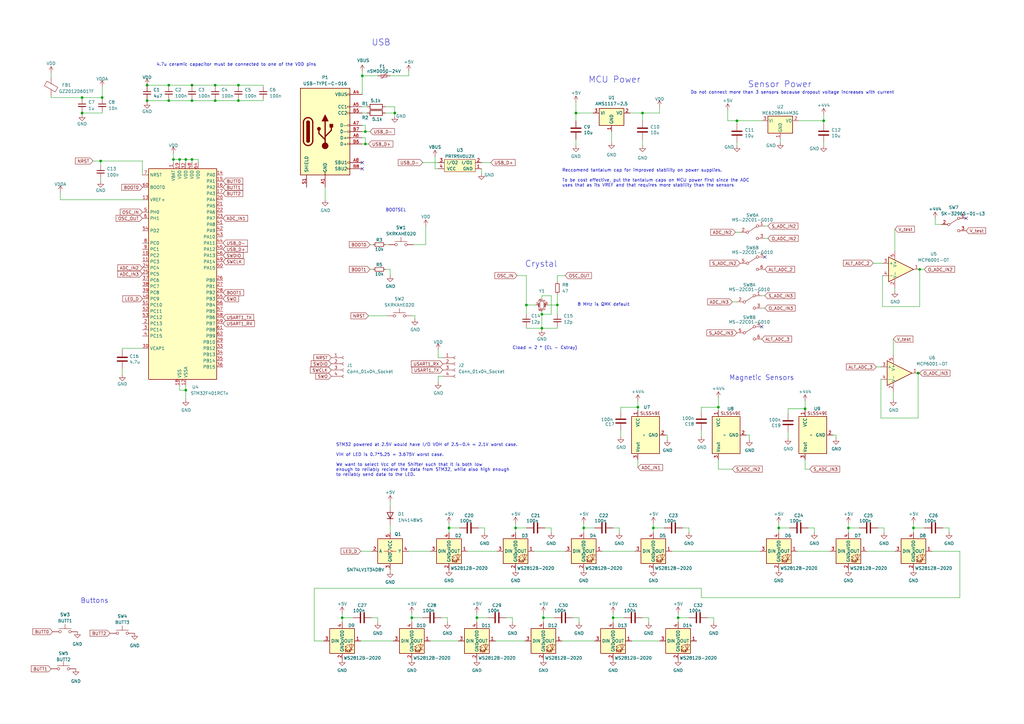
<source format=kicad_sch>
(kicad_sch (version 20230121) (generator eeschema)
  (paper "A3")
  (title_block (title "keeb") (date "2020-12-18") (rev "REV1"))
  (junction (at 228.6 125.095))
  (junction (at 76.2 160.02))
  (junction (at 69.215 34.925))
  (junction (at 261.62 167.005))
  (junction (at 161.925 46.355))
  (junction (at 236.22 46.355))
  (junction (at 330.2 167.64))
  (junction (at 97.79 41.275))
  (junction (at 302.26 49.53))
  (junction (at 88.265 41.275))
  (junction (at 211.455 216.535))
  (junction (at 73.66 65.405))
  (junction (at 195.58 253.365))
  (junction (at 215.9 125.095))
  (junction (at 319.405 216.535))
  (junction (at 76.2 65.405))
  (junction (at 267.97 216.535))
  (junction (at 168.91 253.365))
  (junction (at 149.86 53.975))
  (junction (at 60.325 41.275))
  (junction (at 78.74 65.405))
  (junction (at 140.335 253.365))
  (junction (at 148.59 31.115))
  (junction (at 222.885 253.365))
  (junction (at 222.25 128.905))
  (junction (at 78.74 34.925))
  (junction (at 337.82 49.53))
  (junction (at 222.25 134.62))
  (junction (at 374.65 216.535))
  (junction (at 347.98 216.535))
  (junction (at 184.15 216.535))
  (junction (at 33.655 46.355))
  (junction (at 60.325 34.925))
  (junction (at 41.91 40.005))
  (junction (at 294.64 167.005))
  (junction (at 71.12 65.405))
  (junction (at 78.74 41.275))
  (junction (at 149.86 59.055))
  (junction (at 377.19 110.49))
  (junction (at 263.525 46.355))
  (junction (at 278.13 253.365))
  (junction (at 88.265 34.925))
  (junction (at 69.215 41.275))
  (junction (at 41.275 66.04))
  (junction (at 239.395 216.535))
  (junction (at 251.46 253.365))
  (junction (at 97.79 34.925))
  (junction (at 33.655 40.005))
  (junction (at 376.555 153.035))
  (no_connect (at 148.59 66.675))
  (no_connect (at 312.42 133.985))
  (no_connect (at 313.69 105.41))
  (no_connect (at 396.24 89.535))
  (no_connect (at 148.59 69.215))
  (wire (pts (xy 377.19 125.73) (xy 361.95 125.73)))
  (wire (pts (xy 376.555 153.035) (xy 376.555 171.45)))
  (wire (pts (xy 261.62 188.595) (xy 261.62 191.77)))
  (wire (pts (xy 179.705 154.305) (xy 179.705 156.845)))
  (wire (pts (xy 78.74 34.925) (xy 88.265 34.925)))
  (wire (pts (xy 41.91 35.56) (xy 41.91 40.005)))
  (wire (pts (xy 78.74 41.275) (xy 88.265 41.275)))
  (wire (pts (xy 140.335 253.365) (xy 140.335 255.27)))
  (wire (pts (xy 179.705 69.215) (xy 178.435 69.215)))
  (wire (pts (xy 128.905 262.89) (xy 132.715 262.89)))
  (wire (pts (xy 287.655 176.53) (xy 287.655 179.07)))
  (wire (pts (xy 330.2 167.64) (xy 323.215 167.64)))
  (wire (pts (xy 361.315 171.45) (xy 361.315 155.575)))
  (wire (pts (xy 251.46 253.365) (xy 255.905 253.365)))
  (wire (pts (xy 191.77 226.06) (xy 203.835 226.06)))
  (wire (pts (xy 327.025 226.06) (xy 340.36 226.06)))
  (wire (pts (xy 312.42 121.285) (xy 313.69 121.285)))
  (wire (pts (xy 239.395 216.535) (xy 243.84 216.535)))
  (wire (pts (xy 88.265 34.925) (xy 97.79 34.925)))
  (wire (pts (xy 33.655 40.005) (xy 41.91 40.005)))
  (wire (pts (xy 160.02 205.74) (xy 160.02 207.645)))
  (wire (pts (xy 160.02 31.115) (xy 167.64 31.115)))
  (wire (pts (xy 71.12 62.865) (xy 71.12 65.405)))
  (wire (pts (xy 358.14 107.95) (xy 361.95 107.95)))
  (wire (pts (xy 76.2 160.02) (xy 76.2 163.83)))
  (wire (pts (xy 334.01 216.535) (xy 334.01 218.44)))
  (wire (pts (xy 158.115 100.33) (xy 159.385 100.33)))
  (wire (pts (xy 107.95 40.64) (xy 107.95 41.275)))
  (wire (pts (xy 160.02 110.49) (xy 160.02 113.03)))
  (wire (pts (xy 377.19 110.49) (xy 377.19 125.73)))
  (wire (pts (xy 24.765 81.915) (xy 24.765 78.74)))
  (wire (pts (xy 195.58 253.365) (xy 200.025 253.365)))
  (wire (pts (xy 150.495 43.815) (xy 148.59 43.815)))
  (wire (pts (xy 273.05 178.435) (xy 273.685 178.435)))
  (wire (pts (xy 228.6 134.62) (xy 228.6 133.985)))
  (wire (pts (xy 174.625 100.33) (xy 174.625 92.71)))
  (wire (pts (xy 149.86 53.975) (xy 151.765 53.975)))
  (wire (pts (xy 179.705 146.685) (xy 181.61 146.685)))
  (wire (pts (xy 71.12 65.405) (xy 73.66 65.405)))
  (wire (pts (xy 168.91 253.365) (xy 173.355 253.365)))
  (wire (pts (xy 393.7 245.11) (xy 287.655 245.11)))
  (wire (pts (xy 173.355 66.675) (xy 179.705 66.675)))
  (wire (pts (xy 140.335 253.365) (xy 144.78 253.365)))
  (wire (pts (xy 224.79 125.095) (xy 228.6 125.095)))
  (wire (pts (xy 278.13 251.46) (xy 278.13 253.365)))
  (wire (pts (xy 267.97 216.535) (xy 272.415 216.535)))
  (wire (pts (xy 292.735 253.365) (xy 290.195 253.365)))
  (wire (pts (xy 184.15 216.535) (xy 184.15 218.44)))
  (wire (pts (xy 226.06 121.285) (xy 226.06 128.905)))
  (wire (pts (xy 258.445 46.355) (xy 263.525 46.355)))
  (wire (pts (xy 330.2 167.64) (xy 330.2 168.275)))
  (wire (pts (xy 222.25 128.905) (xy 222.25 134.62)))
  (wire (pts (xy 41.275 66.04) (xy 41.275 67.945)))
  (wire (pts (xy 107.95 34.925) (xy 107.95 35.56)))
  (wire (pts (xy 148.59 46.355) (xy 150.495 46.355)))
  (wire (pts (xy 337.82 58.42) (xy 337.82 59.69)))
  (wire (pts (xy 236.22 57.15) (xy 236.22 59.69)))
  (wire (pts (xy 376.555 153.035) (xy 377.19 153.035)))
  (wire (pts (xy 78.74 35.56) (xy 78.74 34.925)))
  (wire (pts (xy 334.01 216.535) (xy 331.47 216.535)))
  (wire (pts (xy 133.35 76.835) (xy 133.35 81.915)))
  (wire (pts (xy 236.22 49.53) (xy 236.22 46.355)))
  (wire (pts (xy 33.655 40.005) (xy 33.655 40.64)))
  (wire (pts (xy 393.7 226.06) (xy 393.7 245.11)))
  (wire (pts (xy 60.325 41.275) (xy 69.215 41.275)))
  (wire (pts (xy 168.91 253.365) (xy 168.91 255.27)))
  (wire (pts (xy 237.49 253.365) (xy 234.95 253.365)))
  (wire (pts (xy 179.705 143.51) (xy 179.705 146.685)))
  (wire (pts (xy 149.86 51.435) (xy 149.86 53.975)))
  (wire (pts (xy 60.325 41.275) (xy 60.325 40.64)))
  (wire (pts (xy 58.42 81.915) (xy 24.765 81.915)))
  (wire (pts (xy 219.075 226.06) (xy 231.775 226.06)))
  (wire (pts (xy 154.94 253.365) (xy 154.94 255.27)))
  (wire (pts (xy 294.64 163.195) (xy 294.64 167.005)))
  (wire (pts (xy 58.42 66.04) (xy 58.42 71.755)))
  (wire (pts (xy 275.59 226.06) (xy 311.785 226.06)))
  (wire (pts (xy 294.64 188.595) (xy 294.64 192.405)))
  (wire (pts (xy 298.45 49.53) (xy 302.26 49.53)))
  (wire (pts (xy 222.885 251.46) (xy 222.885 253.365)))
  (wire (pts (xy 198.755 216.535) (xy 198.755 218.44)))
  (wire (pts (xy 376.555 171.45) (xy 361.315 171.45)))
  (wire (pts (xy 167.64 29.21) (xy 167.64 31.115)))
  (wire (pts (xy 148.59 31.115) (xy 148.59 38.735)))
  (wire (pts (xy 107.95 34.925) (xy 97.79 34.925)))
  (wire (pts (xy 181.61 154.305) (xy 179.705 154.305)))
  (wire (pts (xy 254 216.535) (xy 251.46 216.535)))
  (wire (pts (xy 197.485 66.675) (xy 201.295 66.675)))
  (wire (pts (xy 263.525 57.15) (xy 263.525 59.69)))
  (wire (pts (xy 323.215 177.165) (xy 323.215 179.705)))
  (wire (pts (xy 97.79 34.925) (xy 97.79 35.56)))
  (wire (pts (xy 259.08 262.89) (xy 270.51 262.89)))
  (wire (pts (xy 161.925 46.355) (xy 161.925 47.625)))
  (wire (pts (xy 58.42 142.875) (xy 50.165 142.875)))
  (wire (pts (xy 167.64 226.06) (xy 176.53 226.06)))
  (wire (pts (xy 151.765 110.49) (xy 153.035 110.49)))
  (wire (pts (xy 355.6 226.06) (xy 367.03 226.06)))
  (wire (pts (xy 313.69 97.79) (xy 314.96 97.79)))
  (wire (pts (xy 148.59 29.21) (xy 148.59 31.115)))
  (wire (pts (xy 294.64 192.405) (xy 300.355 192.405)))
  (wire (pts (xy 302.26 58.42) (xy 302.26 59.69)))
  (wire (pts (xy 300.355 123.825) (xy 302.26 123.825)))
  (wire (pts (xy 88.265 41.275) (xy 97.79 41.275)))
  (wire (pts (xy 222.25 122.555) (xy 222.25 121.285)))
  (wire (pts (xy 301.625 95.25) (xy 303.53 95.25)))
  (wire (pts (xy 319.405 216.535) (xy 323.85 216.535)))
  (wire (pts (xy 183.515 253.365) (xy 183.515 255.27)))
  (wire (pts (xy 195.58 253.365) (xy 195.58 255.27)))
  (wire (pts (xy 140.335 251.46) (xy 140.335 253.365)))
  (wire (pts (xy 168.91 129.54) (xy 170.18 129.54)))
  (wire (pts (xy 312.42 49.53) (xy 302.26 49.53)))
  (wire (pts (xy 287.655 241.3) (xy 287.655 245.11)))
  (wire (pts (xy 313.69 92.71) (xy 314.96 92.71)))
  (wire (pts (xy 327.66 49.53) (xy 337.82 49.53)))
  (wire (pts (xy 222.885 253.365) (xy 222.885 255.27)))
  (wire (pts (xy 294.64 167.005) (xy 287.655 167.005)))
  (wire (pts (xy 231.775 113.03) (xy 228.6 113.03)))
  (wire (pts (xy 215.9 134.62) (xy 215.9 133.985)))
  (wire (pts (xy 128.905 241.3) (xy 128.905 262.89)))
  (wire (pts (xy 337.82 50.8) (xy 337.82 49.53)))
  (wire (pts (xy 149.86 59.055) (xy 149.86 56.515)))
  (wire (pts (xy 20.955 39.37) (xy 20.955 40.005)))
  (wire (pts (xy 222.25 121.285) (xy 226.06 121.285)))
  (wire (pts (xy 158.115 110.49) (xy 160.02 110.49)))
  (wire (pts (xy 222.25 135.255) (xy 222.25 134.62)))
  (wire (pts (xy 386.08 92.075) (xy 383.54 92.075)))
  (wire (pts (xy 222.25 134.62) (xy 228.6 134.62)))
  (wire (pts (xy 278.13 253.365) (xy 278.13 255.27)))
  (wire (pts (xy 20.955 40.005) (xy 33.655 40.005)))
  (wire (pts (xy 319.405 214.63) (xy 319.405 216.535)))
  (wire (pts (xy 33.655 46.355) (xy 33.655 45.72)))
  (wire (pts (xy 183.515 253.365) (xy 180.975 253.365)))
  (wire (pts (xy 197.485 69.215) (xy 197.485 71.12)))
  (wire (pts (xy 41.275 73.025) (xy 41.275 74.295)))
  (wire (pts (xy 306.07 178.435) (xy 307.34 178.435)))
  (wire (pts (xy 282.575 216.535) (xy 280.035 216.535)))
  (wire (pts (xy 97.79 40.64) (xy 97.79 41.275)))
  (wire (pts (xy 222.885 253.365) (xy 227.33 253.365)))
  (wire (pts (xy 307.34 178.435) (xy 307.34 180.34)))
  (wire (pts (xy 366.395 160.655) (xy 366.395 163.83)))
  (wire (pts (xy 254.635 176.53) (xy 254.635 179.07)))
  (wire (pts (xy 178.435 69.215) (xy 178.435 64.135)))
  (wire (pts (xy 88.265 35.56) (xy 88.265 34.925)))
  (wire (pts (xy 88.265 40.64) (xy 88.265 41.275)))
  (wire (pts (xy 211.455 214.63) (xy 211.455 216.535)))
  (wire (pts (xy 302.26 50.8) (xy 302.26 49.53)))
  (wire (pts (xy 73.66 158.115) (xy 73.66 160.02)))
  (wire (pts (xy 198.755 216.535) (xy 196.215 216.535)))
  (wire (pts (xy 69.215 40.64) (xy 69.215 41.275)))
  (wire (pts (xy 230.505 262.89) (xy 243.84 262.89)))
  (wire (pts (xy 263.525 49.53) (xy 263.525 46.355)))
  (wire (pts (xy 222.25 134.62) (xy 215.9 134.62)))
  (wire (pts (xy 161.925 43.815) (xy 161.925 46.355)))
  (wire (pts (xy 287.655 167.005) (xy 287.655 168.91)))
  (wire (pts (xy 222.25 127.635) (xy 222.25 128.905)))
  (wire (pts (xy 38.1 66.04) (xy 41.275 66.04)))
  (wire (pts (xy 374.65 216.535) (xy 379.095 216.535)))
  (wire (pts (xy 312.42 126.365) (xy 313.69 126.365)))
  (wire (pts (xy 270.51 43.815) (xy 270.51 46.355)))
  (wire (pts (xy 76.2 158.115) (xy 76.2 160.02)))
  (wire (pts (xy 273.685 178.435) (xy 273.685 180.34)))
  (wire (pts (xy 78.74 65.405) (xy 78.74 66.675)))
  (wire (pts (xy 215.9 128.905) (xy 215.9 125.095)))
  (wire (pts (xy 69.215 41.275) (xy 78.74 41.275)))
  (wire (pts (xy 251.46 253.365) (xy 251.46 255.27)))
  (wire (pts (xy 261.62 167.005) (xy 261.62 168.275)))
  (wire (pts (xy 342.9 179.705) (xy 342.9 178.435)))
  (wire (pts (xy 147.955 226.06) (xy 152.4 226.06)))
  (wire (pts (xy 33.655 46.99) (xy 33.655 46.355)))
  (wire (pts (xy 367.03 93.98) (xy 367.03 102.87)))
  (wire (pts (xy 168.91 251.46) (xy 168.91 253.365)))
  (wire (pts (xy 298.45 45.085) (xy 298.45 49.53)))
  (wire (pts (xy 160.02 233.68) (xy 160.02 234.315)))
  (wire (pts (xy 195.58 251.46) (xy 195.58 253.365)))
  (wire (pts (xy 69.215 34.925) (xy 78.74 34.925)))
  (wire (pts (xy 292.735 253.365) (xy 292.735 255.27)))
  (wire (pts (xy 266.065 253.365) (xy 266.065 255.27)))
  (wire (pts (xy 347.98 216.535) (xy 347.98 218.44)))
  (wire (pts (xy 285.115 262.89) (xy 285.75 262.89)))
  (wire (pts (xy 347.98 214.63) (xy 347.98 216.535)))
  (wire (pts (xy 184.15 214.63) (xy 184.15 216.535)))
  (wire (pts (xy 239.395 216.535) (xy 239.395 218.44)))
  (wire (pts (xy 236.22 41.91) (xy 236.22 46.355)))
  (wire (pts (xy 251.46 251.46) (xy 251.46 253.365)))
  (wire (pts (xy 374.65 214.63) (xy 374.65 216.535)))
  (wire (pts (xy 362.585 216.535) (xy 360.045 216.535)))
  (wire (pts (xy 374.65 216.535) (xy 374.65 218.44)))
  (wire (pts (xy 20.955 29.845) (xy 20.955 31.75)))
  (wire (pts (xy 210.185 253.365) (xy 210.185 255.27)))
  (wire (pts (xy 151.13 129.54) (xy 158.75 129.54)))
  (wire (pts (xy 128.905 241.3) (xy 287.655 241.3)))
  (wire (pts (xy 76.2 65.405) (xy 76.2 66.675)))
  (wire (pts (xy 236.22 46.355) (xy 243.205 46.355)))
  (wire (pts (xy 71.12 65.405) (xy 71.12 66.675)))
  (wire (pts (xy 342.9 178.435) (xy 341.63 178.435)))
  (wire (pts (xy 73.66 65.405) (xy 76.2 65.405)))
  (wire (pts (xy 184.15 216.535) (xy 188.595 216.535)))
  (wire (pts (xy 239.395 214.63) (xy 239.395 216.535)))
  (wire (pts (xy 362.585 216.535) (xy 362.585 218.44)))
  (wire (pts (xy 267.97 216.535) (xy 267.97 218.44)))
  (wire (pts (xy 76.2 65.405) (xy 78.74 65.405)))
  (wire (pts (xy 154.94 253.365) (xy 152.4 253.365)))
  (wire (pts (xy 169.545 100.33) (xy 174.625 100.33)))
  (wire (pts (xy 78.74 40.64) (xy 78.74 41.275)))
  (wire (pts (xy 367.03 118.11) (xy 367.03 119.38)))
  (wire (pts (xy 176.53 262.89) (xy 187.96 262.89)))
  (wire (pts (xy 211.455 216.535) (xy 215.9 216.535)))
  (wire (pts (xy 382.27 226.06) (xy 393.7 226.06)))
  (wire (pts (xy 237.49 253.365) (xy 237.49 255.27)))
  (wire (pts (xy 389.255 216.535) (xy 389.255 218.44)))
  (wire (pts (xy 247.015 226.06) (xy 260.35 226.06)))
  (wire (pts (xy 148.59 31.115) (xy 154.94 31.115)))
  (wire (pts (xy 158.115 46.355) (xy 161.925 46.355)))
  (wire (pts (xy 215.9 113.03) (xy 212.09 113.03)))
  (wire (pts (xy 170.18 129.54) (xy 170.18 130.81)))
  (wire (pts (xy 60.325 34.925) (xy 69.215 34.925)))
  (wire (pts (xy 73.66 65.405) (xy 73.66 66.675)))
  (wire (pts (xy 210.185 253.365) (xy 207.645 253.365)))
  (wire (pts (xy 226.06 128.905) (xy 222.25 128.905)))
  (wire (pts (xy 148.59 51.435) (xy 149.86 51.435)))
  (wire (pts (xy 211.455 216.535) (xy 211.455 218.44)))
  (wire (pts (xy 160.02 215.265) (xy 160.02 218.44)))
  (wire (pts (xy 60.325 34.925) (xy 60.325 35.56)))
  (wire (pts (xy 389.255 216.535) (xy 386.715 216.535)))
  (wire (pts (xy 250.825 53.975) (xy 250.825 58.42)))
  (wire (pts (xy 215.9 113.03) (xy 215.9 125.095)))
  (wire (pts (xy 261.62 164.465) (xy 261.62 167.005)))
  (wire (pts (xy 377.19 110.49) (xy 379.095 110.49)))
  (wire (pts (xy 41.91 40.005) (xy 41.91 40.64)))
  (wire (pts (xy 81.28 65.405) (xy 81.28 66.675)))
  (wire (pts (xy 148.59 56.515) (xy 149.86 56.515)))
  (wire (pts (xy 359.41 150.495) (xy 361.315 150.495)))
  (wire (pts (xy 330.2 164.465) (xy 330.2 167.64)))
  (wire (pts (xy 330.2 192.405) (xy 332.105 192.405)))
  (wire (pts (xy 361.95 125.73) (xy 361.95 113.03)))
  (wire (pts (xy 203.2 262.89) (xy 215.265 262.89)))
  (wire (pts (xy 254.635 167.005) (xy 254.635 168.91)))
  (wire (pts (xy 69.215 35.56) (xy 69.215 34.925)))
  (wire (pts (xy 41.91 46.355) (xy 41.91 45.72)))
  (wire (pts (xy 226.06 216.535) (xy 226.06 218.44)))
  (wire (pts (xy 148.59 53.975) (xy 149.86 53.975)))
  (wire (pts (xy 73.66 160.02) (xy 76.2 160.02)))
  (wire (pts (xy 337.82 46.99) (xy 337.82 49.53)))
  (wire (pts (xy 41.275 66.04) (xy 58.42 66.04)))
  (wire (pts (xy 282.575 216.535) (xy 282.575 218.44)))
  (wire (pts (xy 149.86 59.055) (xy 151.13 59.055)))
  (wire (pts (xy 215.9 125.095) (xy 219.71 125.095)))
  (wire (pts (xy 294.64 167.005) (xy 294.64 168.275)))
  (wire (pts (xy 330.2 188.595) (xy 330.2 192.405)))
  (wire (pts (xy 50.165 151.13) (xy 50.165 153.67)))
  (wire (pts (xy 320.04 57.15) (xy 320.04 58.42)))
  (wire (pts (xy 383.54 92.075) (xy 383.54 89.535)))
  (wire (pts (xy 261.62 167.005) (xy 254.635 167.005)))
  (wire (pts (xy 319.405 216.535) (xy 319.405 218.44)))
  (wire (pts (xy 266.065 253.365) (xy 263.525 253.365)))
  (wire (pts (xy 278.13 253.365) (xy 282.575 253.365)))
  (wire (pts (xy 107.95 41.275) (xy 97.79 41.275)))
  (wire (pts (xy 228.6 113.03) (xy 228.6 115.57)))
  (wire (pts (xy 228.6 128.905) (xy 228.6 125.095)))
  (wire (pts (xy 78.74 65.405) (xy 81.28 65.405)))
  (wire (pts (xy 50.165 142.875) (xy 50.165 143.51)))
  (wire (pts (xy 161.925 43.815) (xy 158.115 43.815)))
  (wire (pts (xy 147.955 262.89) (xy 161.29 262.89)))
  (wire (pts (xy 226.06 216.535) (xy 223.52 216.535)))
  (wire (pts (xy 254 216.535) (xy 254 218.44)))
  (wire (pts (xy 148.59 59.055) (xy 149.86 59.055)))
  (wire (pts (xy 151.765 100.33) (xy 153.035 100.33)))
  (wire (pts (xy 366.395 139.065) (xy 366.395 145.415)))
  (wire (pts (xy 267.97 214.63) (xy 267.97 216.535)))
  (wire (pts (xy 263.525 46.355) (xy 270.51 46.355)))
  (wire (pts (xy 228.6 120.65) (xy 228.6 125.095)))
  (wire (pts (xy 33.655 46.355) (xy 41.91 46.355)))
  (wire (pts (xy 60.325 41.91) (xy 60.325 41.275)))
  (wire (pts (xy 323.215 167.64) (xy 323.215 169.545)))
  (wire (pts (xy 347.98 216.535) (xy 352.425 216.535)))
  (text "Sensor Power" (at 306.705 36.195 0) (effects (font (size 2.54 2.54)) (justify left bottom)))
  (text "Do not connect more than 3 sensors because dropout voltage increases with current" (at 283.21 38.735 0) (effects (font (size 1.27 1.27)) (justify left bottom)))
  (text "Reccomend tantalum cap for improved stability on power supplies. \n\nTo be cost effective, put the tantalum caps on MCU power first since the ADC\nuses that as its VREF and that requires more stability than the sensors" (at 230.505 76.835 0) (effects (font (size 1.27 1.27)) (justify left bottom)))
  (text "BOOTSEL" (at 158.115 86.995 0) (effects (font (size 1.27 1.27)) (justify left bottom)))
  (text "8 MHz is QMK default" (at 236.855 125.73 0) (effects (font (size 1.27 1.27)) (justify left bottom)))
  (text "Crystal" (at 215.265 109.855 0) (effects (font (size 2.54 2.54)) (justify left bottom)))
  (text "MCU Power" (at 241.3 34.29 0) (effects (font (size 2.54 2.54)) (justify left bottom)))
  (text "Magnetic Sensors" (at 299.085 156.21 0) (effects (font (size 2 2)) (justify left bottom)))
  (text "USB" (at 152.4 19.05 0) (effects (font (size 2.54 2.54)) (justify left bottom)))
  (text "Buttons" (at 33.02 247.65 0) (effects (font (size 2 2)) (justify left bottom)))
  (text "Cload = 2 * (CL - Cstray)" (at 210.185 143.51 0) (effects (font (size 1.27 1.27)) (justify left bottom)))
  (text "STM32 powered at 2.5V would have I/O VOH of 2.5-0.4 = 2.1V worst case.\n\nVIH of LED is 0.7*5.25 = 3.675V worst case.\n\nWe want to select Vcc of the Shifter such that it is both low \nenough to reliably recieve the data from STM32, while also high enough\nto reliably send data to the LED.\n\n\n\n\n\n" (at 137.795 205.74 0) (effects (font (size 1.27 1.27)) (justify left bottom)))
  (text "4.7u ceramic capacitor must be connected to one of the VDD pins" (at 64.135 27.305 0) (effects (font (size 1.27 1.27)) (justify left bottom)))
  (global_label "O_ADC_IN3" (shape input) (at 377.19 153.035 0) (property "Intersheetrefs" "${INTERSHEET_REFS}" (effects hide)))
  (global_label "LED_D" (shape input) (at 58.42 122.555 180) (property "Intersheetrefs" "${INTERSHEET_REFS}" (effects hide)))
  (global_label "LED_D" (shape input) (at 147.955 226.06 180) (property "Intersheetrefs" "${INTERSHEET_REFS}" (effects hide)))
  (global_label "BOOT0" (shape input) (at 151.765 100.33 180) (property "Intersheetrefs" "${INTERSHEET_REFS}" (effects hide)))
  (global_label "USART1_TX" (shape input) (at 181.61 151.765 180) (property "Intersheetrefs" "${INTERSHEET_REFS}" (effects hide)))
  (global_label "S_ADC_IN3" (shape input) (at 313.69 121.285 0) (property "Intersheetrefs" "${INTERSHEET_REFS}" (effects hide)))
  (global_label "USB_D+" (shape input) (at 151.13 59.055 0) (property "Intersheetrefs" "${INTERSHEET_REFS}" (effects hide)))
  (global_label "OSC_OUT" (shape input) (at 58.42 89.535 180) (property "Intersheetrefs" "${INTERSHEET_REFS}" (effects hide)))
  (global_label "BOOT0" (shape input) (at 58.42 76.835 180) (property "Intersheetrefs" "${INTERSHEET_REFS}" (effects hide)))
  (global_label "ALT_ADC_3" (shape input) (at 359.41 150.495 180) (property "Intersheetrefs" "${INTERSHEET_REFS}" (effects hide)))
  (global_label "BUTT0" (shape input) (at 91.44 74.295 0) (property "Intersheetrefs" "${INTERSHEET_REFS}" (effects hide)))
  (global_label "NRST" (shape input) (at 135.89 146.685 180) (property "Intersheetrefs" "${INTERSHEET_REFS}" (effects hide)))
  (global_label "ADC_IN2" (shape input) (at 301.625 95.25 180) (property "Intersheetrefs" "${INTERSHEET_REFS}" (effects hide)))
  (global_label "BUTT2" (shape input) (at 91.44 79.375 0) (property "Intersheetrefs" "${INTERSHEET_REFS}" (effects hide)))
  (global_label "USB_D-" (shape input) (at 173.355 66.675 180) (property "Intersheetrefs" "${INTERSHEET_REFS}" (effects hide)))
  (global_label "O_ADC_IN2" (shape input) (at 314.96 97.79 0) (property "Intersheetrefs" "${INTERSHEET_REFS}" (effects hide)))
  (global_label "S_ADC_IN3" (shape input) (at 302.26 136.525 180) (property "Intersheetrefs" "${INTERSHEET_REFS}" (effects hide)))
  (global_label "O_ADC_IN2" (shape input) (at 379.095 110.49 0) (property "Intersheetrefs" "${INTERSHEET_REFS}" (effects hide)))
  (global_label "V_test" (shape input) (at 396.24 94.615 0) (property "Intersheetrefs" "${INTERSHEET_REFS}" (effects hide)))
  (global_label "S_ADC_IN3" (shape input) (at 332.105 192.405 0) (property "Intersheetrefs" "${INTERSHEET_REFS}" (effects hide)))
  (global_label "ALT_ADC_2" (shape input) (at 313.69 110.49 0) (property "Intersheetrefs" "${INTERSHEET_REFS}" (effects hide)))
  (global_label "USART1_RX" (shape input) (at 181.61 149.225 180) (property "Intersheetrefs" "${INTERSHEET_REFS}" (effects hide)))
  (global_label "BOOT1" (shape input) (at 91.44 120.015 0) (property "Intersheetrefs" "${INTERSHEET_REFS}" (effects hide)))
  (global_label "V_test" (shape input) (at 366.395 139.065 0) (property "Intersheetrefs" "${INTERSHEET_REFS}" (effects hide)))
  (global_label "OSC_IN" (shape input) (at 212.09 113.03 180) (property "Intersheetrefs" "${INTERSHEET_REFS}" (effects hide)))
  (global_label "S_ADC_IN2" (shape input) (at 300.355 192.405 0) (property "Intersheetrefs" "${INTERSHEET_REFS}" (effects hide)))
  (global_label "ADC_IN2" (shape input) (at 58.42 109.855 180) (property "Intersheetrefs" "${INTERSHEET_REFS}" (effects hide)))
  (global_label "ADC_IN3" (shape input) (at 58.42 112.395 180) (property "Intersheetrefs" "${INTERSHEET_REFS}" (effects hide)))
  (global_label "SWO" (shape input) (at 91.44 122.555 0) (property "Intersheetrefs" "${INTERSHEET_REFS}" (effects hide)))
  (global_label "BUTT2" (shape input) (at 45.085 259.715 180) (property "Intersheetrefs" "${INTERSHEET_REFS}" (effects hide)))
  (global_label "ALT_ADC_3" (shape input) (at 312.42 139.065 0) (property "Intersheetrefs" "${INTERSHEET_REFS}" (effects hide)))
  (global_label "SWDIO" (shape input) (at 91.44 104.775 0) (property "Intersheetrefs" "${INTERSHEET_REFS}" (effects hide)))
  (global_label "NRST" (shape input) (at 151.13 129.54 180) (property "Intersheetrefs" "${INTERSHEET_REFS}" (effects hide)))
  (global_label "ALT_ADC_2" (shape input) (at 358.14 107.95 180) (property "Intersheetrefs" "${INTERSHEET_REFS}" (effects hide)))
  (global_label "BUTT1" (shape input) (at 20.955 274.32 180) (property "Intersheetrefs" "${INTERSHEET_REFS}" (effects hide)))
  (global_label "USB_D+" (shape input) (at 91.44 102.235 0) (property "Intersheetrefs" "${INTERSHEET_REFS}" (effects hide)))
  (global_label "NRST" (shape input) (at 38.1 66.04 180) (property "Intersheetrefs" "${INTERSHEET_REFS}" (effects hide)))
  (global_label "BOOT1" (shape input) (at 151.765 110.49 180) (property "Intersheetrefs" "${INTERSHEET_REFS}" (effects hide)))
  (global_label "SWO" (shape input) (at 135.89 154.305 180) (property "Intersheetrefs" "${INTERSHEET_REFS}" (effects hide)))
  (global_label "SWDIO" (shape input) (at 135.89 149.225 180) (property "Intersheetrefs" "${INTERSHEET_REFS}" (effects hide)))
  (global_label "OSC_IN" (shape input) (at 58.42 86.995 180) (property "Intersheetrefs" "${INTERSHEET_REFS}" (effects hide)))
  (global_label "ADC_IN1" (shape input) (at 261.62 191.77 0) (property "Intersheetrefs" "${INTERSHEET_REFS}" (effects hide)))
  (global_label "SWCLK" (shape input) (at 91.44 107.315 0) (property "Intersheetrefs" "${INTERSHEET_REFS}" (effects hide)))
  (global_label "USB_D-" (shape input) (at 151.765 53.975 0) (property "Intersheetrefs" "${INTERSHEET_REFS}" (effects hide)))
  (global_label "USB_D-" (shape input) (at 91.44 99.695 0) (property "Intersheetrefs" "${INTERSHEET_REFS}" (effects hide)))
  (global_label "USB_D+" (shape input) (at 201.295 66.675 0) (property "Intersheetrefs" "${INTERSHEET_REFS}" (effects hide)))
  (global_label "S_ADC_IN2" (shape input) (at 314.96 92.71 0) (property "Intersheetrefs" "${INTERSHEET_REFS}" (effects hide)))
  (global_label "USART1_TX" (shape input) (at 91.44 130.175 0) (property "Intersheetrefs" "${INTERSHEET_REFS}" (effects hide)))
  (global_label "OSC_OUT" (shape input) (at 231.775 113.03 0) (property "Intersheetrefs" "${INTERSHEET_REFS}" (effects hide)))
  (global_label "ADC_IN1" (shape input) (at 91.44 89.535 0) (property "Intersheetrefs" "${INTERSHEET_REFS}" (effects hide)))
  (global_label "ADC_IN3" (shape input) (at 300.355 123.825 180) (property "Intersheetrefs" "${INTERSHEET_REFS}" (effects hide)))
  (global_label "USART1_RX" (shape input) (at 91.44 132.715 0) (property "Intersheetrefs" "${INTERSHEET_REFS}" (effects hide)))
  (global_label "BUTT1" (shape input) (at 91.44 76.835 0) (property "Intersheetrefs" "${INTERSHEET_REFS}" (effects hide)))
  (global_label "O_ADC_IN3" (shape input) (at 313.69 126.365 0) (property "Intersheetrefs" "${INTERSHEET_REFS}" (effects hide)))
  (global_label "V_test" (shape input) (at 367.03 93.98 0) (property "Intersheetrefs" "${INTERSHEET_REFS}" (effects hide)))
  (global_label "S_ADC_IN2" (shape input) (at 303.53 107.95 180) (property "Intersheetrefs" "${INTERSHEET_REFS}" (effects hide)))
  (global_label "SWCLK" (shape input) (at 135.89 151.765 180) (property "Intersheetrefs" "${INTERSHEET_REFS}" (effects hide)))
  (global_label "BUTT0" (shape input) (at 21.59 259.08 180) (property "Intersheetrefs" "${INTERSHEET_REFS}" (effects hide)))
  (symbol (lib_id "power:GND") (at 133.35 81.915 0) (unit 1)
    (property "Reference" "#PWR024" (effects hide))
    (property "Value" "GND" (at 133.477 86.3092 0))
  )
  (symbol (lib_id "power:GND") (at 160.02 113.03 0) (unit 1)
    (property "Reference" "#PWR026" (effects hide))
    (property "Value" "GND" (at 160.147 117.4242 0))
  )
  (symbol (lib_id "LED:WS2812B-2020") (at 278.13 262.89 0) (unit 1)
    (property "Reference" "D14" (at 281.94 256.54 0))
    (property "Value" "WS2812B-2020" (at 286.385 269.875 0))
    (property "Footprint" "LED_SMD:LED_WS2812B-2020_PLCC4_2.0x2.0mm" (effects hide))
  )
  (symbol (lib_id "power:GND") (at 161.925 47.625 0) (unit 1)
    (property "Reference" "#PWR012" (effects hide))
    (property "Value" "GND" (at 164.465 47.625 0))
  )
  (symbol (lib_id "Device:Crystal_GND24_Small") (at 222.25 125.095 0) (unit 1)
    (property "Reference" "Y1" (at 220.98 119.38 0) (effects (justify left)))
    (property "Value" "16MHz" (effects hide))
    (property "Footprint" "Crystal:Crystal_SMD_3225-4Pin_3.2x2.5mm" (effects hide))
    (property "LCSC Part #" "C13738" (effects hide))
  )
  (symbol (lib_id "power:GND") (at 170.18 130.81 0) (unit 1)
    (property "Reference" "#PWR029" (effects hide))
    (property "Value" "GND" (at 170.307 135.2042 0))
  )
  (symbol (lib_id "LED:WS2812B-2020") (at 184.15 226.06 0) (unit 1)
    (property "Reference" "D2" (at 187.96 219.71 0))
    (property "Value" "WS2812B-2020" (at 192.405 233.045 0))
    (property "Footprint" "LED_SMD:LED_WS2812B-2020_PLCC4_2.0x2.0mm" (effects hide))
  )
  (symbol (lib_id "Device:C_Small") (at 215.9 131.445 0) (unit 1)
    (property "Reference" "C14" (at 217.805 129.54 0) (effects (justify left)))
    (property "Value" "12p" (at 217.805 132.08 0) (effects (justify left)))
    (property "Footprint" "Capacitor_SMD:C_0402_1005Metric" (effects hide))
    (property "LCSC Part #" "C1547" (effects hide))
  )
  (symbol (lib_name "GND_1") (lib_id "power:GND") (at 251.46 270.51 0) (unit 1)
    (property "Reference" "#PWR087" (effects hide))
    (property "Value" "GND" (at 251.46 274.955 0))
  )
  (symbol (lib_id "power:VBUS") (at 178.435 64.135 0) (unit 1)
    (property "Reference" "#PWR020" (effects hide))
    (property "Value" "VBUS" (at 178.435 60.325 0))
  )
  (symbol (lib_id "power:GND") (at 222.25 135.255 0) (unit 1)
    (property "Reference" "#PWR030" (effects hide))
    (property "Value" "GND" (at 222.25 139.065 0))
  )
  (symbol (lib_id "Device:C") (at 254.635 172.72 180) (unit 1)
    (property "Reference" "C17" (at 252.095 173.99 0) (effects (justify left)))
    (property "Value" "100n" (at 251.46 172.085 0) (effects (justify left)))
    (property "Footprint" "Capacitor_SMD:C_0402_1005Metric" (effects hide))
  )
  (symbol (lib_name "GND_1") (lib_id "power:GND") (at 282.575 218.44 0) (unit 1)
    (property "Reference" "#PWR047" (effects hide))
    (property "Value" "GND" (at 282.575 222.885 0))
  )
  (symbol (lib_id "power:+4V4") (at 261.62 164.465 0) (unit 1)
    (property "Reference" "#PWR38" (effects hide))
    (property "Value" "+4V4" (at 261.62 160.655 0))
  )
  (symbol (lib_name "GND_1") (lib_id "power:GND") (at 140.335 270.51 0) (unit 1)
    (property "Reference" "#PWR076" (effects hide))
    (property "Value" "GND" (at 140.335 274.955 0))
  )
  (symbol (lib_id "MCU_ST_STM32F4:STM32F401RCTx") (at 73.66 112.395 0) (unit 1)
    (property "Reference" "U4" (at 78.74 158.75 0) (effects (justify left)))
    (property "Value" "STM32F401RCTx" (at 78.1559 161.29 0) (effects (justify left)))
    (property "Footprint" "Package_QFP:LQFP-64_10x10mm_P0.5mm" (effects hide))
    (property "Datasheet" "https://www.st.com/resource/en/datasheet/stm32f401rc.pdf" (effects hide))
  )
  (symbol (lib_id "power:+5V") (at 167.64 29.21 0) (unit 1)
    (property "Reference" "#PWR02" (effects hide))
    (property "Value" "+5V" (at 167.64 25.4 0))
  )
  (symbol (lib_id "power:GND") (at 367.03 119.38 0) (unit 1)
    (property "Reference" "#PWR028" (effects hide))
    (property "Value" "GND" (at 367.157 123.7742 0))
  )
  (symbol (lib_id "LED:WS2812B-2020") (at 251.46 262.89 0) (unit 1)
    (property "Reference" "D13" (at 255.27 256.54 0))
    (property "Value" "WS2812B-2020" (at 259.715 269.875 0))
    (property "Footprint" "LED_SMD:LED_WS2812B-2020_PLCC4_2.0x2.0mm" (effects hide))
  )
  (symbol (lib_id "power:+5V") (at 251.46 251.46 0) (unit 1)
    (property "Reference" "#PWR081" (effects hide))
    (property "Value" "+5V" (at 251.46 247.65 0))
  )
  (symbol (lib_id "power:+5V") (at 298.45 45.085 0) (unit 1)
    (property "Reference" "#PWR09" (effects hide))
    (property "Value" "+5V" (at 298.45 41.275 0))
  )
  (symbol (lib_id "power:+5V") (at 236.22 41.91 0) (unit 1)
    (property "Reference" "#PWR07" (effects hide))
    (property "Value" "+5V" (at 236.22 38.1 0))
  )
  (symbol (lib_name "GND_1") (lib_id "power:GND") (at 31.75 259.08 0) (unit 1)
    (property "Reference" "#PWR074" (effects hide))
    (property "Value" "GND" (at 31.75 264.16 0))
  )
  (symbol (lib_id "Device:C") (at 148.59 253.365 90) (unit 1)
    (property "Reference" "C27" (at 150.495 248.285 90) (effects (justify left)))
    (property "Value" "100n" (at 149.733 250.444 90) (effects (justify left)))
    (property "Footprint" "Capacitor_SMD:C_0402_1005Metric" (effects hide))
  )
  (symbol (lib_id "power:GND") (at 236.22 59.69 0) (unit 1)
    (property "Reference" "#PWR015" (effects hide))
    (property "Value" "GND" (at 236.22 64.135 0))
  )
  (symbol (lib_id "Device:C") (at 382.905 216.535 90) (unit 1)
    (property "Reference" "C26" (at 384.81 211.455 90) (effects (justify left)))
    (property "Value" "100n" (at 384.048 213.614 90) (effects (justify left)))
    (property "Footprint" "Capacitor_SMD:C_0402_1005Metric" (effects hide))
  )
  (symbol (lib_id "power:GND") (at 323.215 179.705 0) (unit 1)
    (property "Reference" "#PWR053" (effects hide))
    (property "Value" "GND" (at 323.342 184.0992 0))
  )
  (symbol (lib_id "power:+5V") (at 168.91 251.46 0) (unit 1)
    (property "Reference" "#PWR069" (effects hide))
    (property "Value" "+5V" (at 168.91 247.65 0))
  )
  (symbol (lib_id "Device:C") (at 263.525 53.34 0) (unit 1)
    (property "Reference" "C10" (at 266.7 52.07 0) (effects (justify left)))
    (property "Value" "10u" (at 266.7 54.3814 0) (effects (justify left)))
    (property "Footprint" "Capacitor_SMD:C_1206_3216Metric" (effects hide))
  )
  (symbol (lib_id "power:+5V") (at 239.395 214.63 0) (unit 1)
    (property "Reference" "#PWR042" (effects hide))
    (property "Value" "+5V" (at 239.395 210.82 0))
  )
  (symbol (lib_id "power:GND") (at 320.04 58.42 0) (unit 1)
    (property "Reference" "#PWR014" (effects hide))
    (property "Value" "GND" (at 316.23 59.69 0))
  )
  (symbol (lib_id "Device:R_Small") (at 228.6 118.11 0) (unit 1)
    (property "Reference" "R8" (at 230.505 116.84 0) (effects (justify left)))
    (property "Value" "47" (at 230.505 119.38 0) (effects (justify left)))
    (property "Footprint" "Resistor_SMD:R_0402_1005Metric" (effects hide))
    (property "LCSC Part #" "C25118" (effects hide))
  )
  (symbol (lib_id "Device:C") (at 192.405 216.535 90) (unit 1)
    (property "Reference" "C20" (at 194.31 211.455 90) (effects (justify left)))
    (property "Value" "100n" (at 193.548 213.614 90) (effects (justify left)))
    (property "Footprint" "Capacitor_SMD:C_0402_1005Metric" (effects hide))
  )
  (symbol (lib_id "power:VDD") (at 174.625 92.71 0) (unit 1)
    (property "Reference" "#PWR025" (effects hide))
    (property "Value" "VDD" (at 174.625 88.9 0))
  )
  (symbol (lib_name "GND_1") (lib_id "power:GND") (at 374.65 233.68 0) (unit 1)
    (property "Reference" "#PWR067" (effects hide))
    (property "Value" "GND" (at 374.65 238.125 0))
  )
  (symbol (lib_name "GND_1") (lib_id "power:GND") (at 237.49 255.27 0) (unit 1)
    (property "Reference" "#PWR083" (effects hide))
    (property "Value" "GND" (at 237.49 259.715 0))
  )
  (symbol (lib_name "GND_1") (lib_id "power:GND") (at 31.115 274.32 0) (unit 1)
    (property "Reference" "#PWR079" (effects hide))
    (property "Value" "GND" (at 31.115 279.4 0))
  )
  (symbol (lib_name "GND_1") (lib_id "power:GND") (at 183.515 255.27 0) (unit 1)
    (property "Reference" "#PWR072" (effects hide))
    (property "Value" "GND" (at 183.515 259.715 0))
  )
  (symbol (lib_id "LED:WS2812B-2020") (at 140.335 262.89 0) (unit 1)
    (property "Reference" "D9" (at 144.145 256.54 0))
    (property "Value" "WS2812B-2020" (at 148.59 269.875 0))
    (property "Footprint" "LED_SMD:LED_WS2812B-2020_PLCC4_2.0x2.0mm" (effects hide))
  )
  (symbol (lib_id "Device:C") (at 231.14 253.365 90) (unit 1)
    (property "Reference" "C30" (at 233.045 248.285 90) (effects (justify left)))
    (property "Value" "100n" (at 232.283 250.444 90) (effects (justify left)))
    (property "Footprint" "Capacitor_SMD:C_0402_1005Metric" (effects hide))
  )
  (symbol (lib_name "GND_1") (lib_id "power:GND") (at 254 218.44 0) (unit 1)
    (property "Reference" "#PWR046" (effects hide))
    (property "Value" "GND" (at 254 222.885 0))
  )
  (symbol (lib_id "Device:C") (at 323.215 173.355 180) (unit 1)
    (property "Reference" "C19" (at 320.294 174.5234 0) (effects (justify left)))
    (property "Value" "100n" (at 320.294 172.212 0) (effects (justify left)))
    (property "Footprint" "Capacitor_SMD:C_0402_1005Metric" (effects hide))
  )
  (symbol (lib_id "Amplifier_Operational:MCP6001-OT") (at 368.935 153.035 0) (unit 1)
    (property "Reference" "U6" (at 382.27 146.685 0))
    (property "Value" "MCP6001-OT" (at 382.27 149.225 0))
    (property "Footprint" "Package_TO_SOT_SMD:SOT-23-5" (effects hide))
    (property "Datasheet" "http://ww1.microchip.com/downloads/en/DeviceDoc/21733j.pdf" (effects hide))
  )
  (symbol (lib_id "Diode:1N4148WS") (at 160.02 211.455 90) (unit 1)
    (property "Reference" "D1" (at 163.195 210.82 90) (effects (justify right)))
    (property "Value" "1N4148WS" (at 163.195 213.36 90) (effects (justify right)))
    (property "Footprint" "Diode_SMD:D_SOD-323" (effects hide))
    (property "Datasheet" "https://www.vishay.com/docs/85751/1n4148ws.pdf" (effects hide))
    (property "Sim.Device" "D" (effects hide))
    (property "Sim.Pins" "1=K 2=A" (effects hide))
  )
  (symbol (lib_name "GND_1") (lib_id "power:GND") (at 211.455 233.68 0) (unit 1)
    (property "Reference" "#PWR061" (effects hide))
    (property "Value" "GND" (at 211.455 238.125 0))
  )
  (symbol (lib_id "power:+4V4") (at 383.54 89.535 0) (unit 1)
    (property "Reference" "#PWR27" (effects hide))
    (property "Value" "+4V4" (at 383.54 85.725 0))
  )
  (symbol (lib_id "Connector:USB_C_Receptacle_USB2.0") (at 133.35 53.975 0) (unit 1)
    (property "Reference" "P1" (at 133.35 31.75 0))
    (property "Value" "USB-TYPE-C-016" (at 133.35 34.29 0))
    (property "Footprint" "Connector_USB:USB-TYPE-C-016_Receptacle_DEALON_16P_MidMnt" (effects hide))
  )
  (symbol (lib_id "Device:C_Small") (at 97.79 38.1 0) (unit 1)
    (property "Reference" "C5" (at 100.33 36.83 0) (effects (justify left)))
    (property "Value" "100n" (at 100.33 39.37 0) (effects (justify left)))
    (property "Footprint" "Capacitor_SMD:C_0402_1005Metric" (effects hide))
    (property "LCSC Part #" "C1525" (effects hide))
  )
  (symbol (lib_id "Device:C_Small") (at 69.215 38.1 0) (unit 1)
    (property "Reference" "C2" (at 71.755 36.83 0) (effects (justify left)))
    (property "Value" "100n" (at 71.755 39.37 0) (effects (justify left)))
    (property "Footprint" "Capacitor_SMD:C_0402_1005Metric" (effects hide))
    (property "LCSC Part #" "C1525" (effects hide))
  )
  (symbol (lib_id "power:+5V") (at 278.13 251.46 0) (unit 1)
    (property "Reference" "#PWR082" (effects hide))
    (property "Value" "+5V" (at 278.13 247.65 0))
  )
  (symbol (lib_id "power:+5V") (at 184.15 214.63 0) (unit 1)
    (property "Reference" "#PWR040" (effects hide))
    (property "Value" "+5V" (at 184.15 210.82 0))
  )
  (symbol (lib_id "Device:C_Small") (at 41.91 43.18 0) (unit 1)
    (property "Reference" "C8" (at 44.45 41.91 0) (effects (justify left)))
    (property "Value" "10n" (at 44.45 44.45 0) (effects (justify left)))
    (property "Footprint" "Capacitor_SMD:C_0402_1005Metric" (effects hide))
    (property "LCSC Part #" "C15195" (effects hide))
  )
  (symbol (lib_id "Switch:SW_Push") (at 26.035 274.32 0) (unit 1)
    (property "Reference" "SW5" (at 26.035 267.97 0))
    (property "Value" "BUTT2" (at 26.035 270.51 0))
    (property "Footprint" "Button_Switch_SMD:SW_Push_1P1T_NO_6x6mm_H9.5mm" (effects hide))
  )
  (symbol (lib_id "Device:C") (at 50.165 147.32 0) (unit 1)
    (property "Reference" "C16" (at 53.086 146.1516 0) (effects (justify left)))
    (property "Value" "4.7u" (at 53.086 148.463 0) (effects (justify left)))
    (property "Footprint" "Capacitor_SMD:C_0805_2012Metric" (effects hide))
  )
  (symbol (lib_id "power:GND") (at 254.635 179.07 0) (unit 1)
    (property "Reference" "#PWR051" (effects hide))
    (property "Value" "GND" (at 254.762 183.4642 0))
  )
  (symbol (lib_id "keebio:PRTR5V0U2X") (at 188.595 67.945 180) (unit 1)
    (property "Reference" "U3" (at 188.595 61.595 0))
    (property "Value" "PRTR5V0U2X" (at 188.595 64.135 0))
    (property "Footprint" "Keebio-Parts:SOT-143B" (effects hide))
  )
  (symbol (lib_name "GND_1") (lib_id "power:GND") (at 160.02 234.315 0) (unit 1)
    (property "Reference" "#PWR064" (effects hide))
    (property "Value" "GND" (at 160.02 238.76 0))
  )
  (symbol (lib_id "power:GND") (at 250.825 58.42 0) (unit 1)
    (property "Reference" "#PWR013" (effects hide))
    (property "Value" "GND" (at 250.825 63.5 0))
  )
  (symbol (lib_id "power:GND") (at 337.82 59.69 0) (unit 1)
    (property "Reference" "#PWR018" (effects hide))
    (property "Value" "GND" (at 334.01 60.96 0))
  )
  (symbol (lib_id "Device:C") (at 259.715 253.365 90) (unit 1)
    (property "Reference" "C31" (at 261.62 248.285 90) (effects (justify left)))
    (property "Value" "100n" (at 260.858 250.444 90) (effects (justify left)))
    (property "Footprint" "Capacitor_SMD:C_0402_1005Metric" (effects hide))
  )
  (symbol (lib_id "power:GND") (at 60.325 41.91 0) (unit 1)
    (property "Reference" "#PWR06" (effects hide))
    (property "Value" "GND" (at 60.325 45.72 0))
  )
  (symbol (lib_name "GND_1") (lib_id "power:GND") (at 239.395 233.68 0) (unit 1)
    (property "Reference" "#PWR062" (effects hide))
    (property "Value" "GND" (at 239.395 238.125 0))
  )
  (symbol (lib_id "Device:C") (at 236.22 53.34 0) (unit 1)
    (property "Reference" "C9" (at 239.395 52.07 0) (effects (justify left)))
    (property "Value" "10u" (at 239.395 54.3814 0) (effects (justify left)))
    (property "Footprint" "Capacitor_SMD:C_1206_3216Metric" (effects hide))
  )
  (symbol (lib_id "power:VDD") (at 20.955 29.845 0) (unit 1)
    (property "Reference" "#PWR03" (effects hide))
    (property "Value" "VDD" (at 20.955 26.035 0))
  )
  (symbol (lib_name "GND_1") (lib_id "power:GND") (at 154.94 255.27 0) (unit 1)
    (property "Reference" "#PWR071" (effects hide))
    (property "Value" "GND" (at 154.94 259.715 0))
  )
  (symbol (lib_name "GND_1") (lib_id "power:GND") (at 195.58 270.51 0) (unit 1)
    (property "Reference" "#PWR078" (effects hide))
    (property "Value" "GND" (at 195.58 274.955 0))
  )
  (symbol (lib_id "LED:WS2812B-2020") (at 239.395 226.06 0) (unit 1)
    (property "Reference" "D4" (at 243.205 219.71 0))
    (property "Value" "WS2812B-2020" (at 247.65 233.045 0))
    (property "Footprint" "LED_SMD:LED_WS2812B-2020_PLCC4_2.0x2.0mm" (effects hide))
  )
  (symbol (lib_id "LED:WS2812B-2020") (at 222.885 262.89 0) (unit 1)
    (property "Reference" "D12" (at 226.695 256.54 0))
    (property "Value" "WS2812B-2020" (at 231.14 269.875 0))
    (property "Footprint" "LED_SMD:LED_WS2812B-2020_PLCC4_2.0x2.0mm" (effects hide))
  )
  (symbol (lib_name "GND_1") (lib_id "power:GND") (at 222.885 270.51 0) (unit 1)
    (property "Reference" "#PWR086" (effects hide))
    (property "Value" "GND" (at 222.885 274.955 0))
  )
  (symbol (lib_id "Device:FerriteBead") (at 20.955 35.56 0) (unit 1)
    (property "Reference" "FB1" (at 25.4 34.8742 0) (effects (justify left)))
    (property "Value" "GZ2012D601TF" (at 24.13 37.465 0) (effects (justify left)))
    (property "Footprint" "Capacitor_SMD:C_0805_2012Metric" (effects hide))
  )
  (symbol (lib_name "GND_1") (lib_id "power:GND") (at 292.735 255.27 0) (unit 1)
    (property "Reference" "#PWR085" (effects hide))
    (property "Value" "GND" (at 292.735 259.715 0))
  )
  (symbol (lib_id "power:GND") (at 287.655 179.07 0) (unit 1)
    (property "Reference" "#PWR052" (effects hide))
    (property "Value" "GND" (at 287.782 183.4642 0))
  )
  (symbol (lib_id "power:VBUS") (at 148.59 29.21 0) (unit 1)
    (property "Reference" "#PWR01" (effects hide))
    (property "Value" "VBUS" (at 148.971 24.8158 0))
  )
  (symbol (lib_id "power:GND") (at 50.165 153.67 0) (unit 1)
    (property "Reference" "#PWR032" (effects hide))
    (property "Value" "GND" (at 50.165 157.48 0))
  )
  (symbol (lib_id "power:GND") (at 307.34 180.34 0) (unit 1)
    (property "Reference" "#PWR056" (effects hide))
    (property "Value" "GND" (at 307.467 184.7342 0))
  )
  (symbol (lib_id "Device:C") (at 356.235 216.535 90) (unit 1)
    (property "Reference" "C25" (at 358.14 211.455 90) (effects (justify left)))
    (property "Value" "100n" (at 357.378 213.614 90) (effects (justify left)))
    (property "Footprint" "Capacitor_SMD:C_0402_1005Metric" (effects hide))
  )
  (symbol (lib_id "power:+4V4") (at 337.82 46.99 0) (unit 1)
    (property "Reference" "#PWR11" (effects hide))
    (property "Value" "+4V4" (at 337.82 43.18 0))
  )
  (symbol (lib_id "LED:WS2812B-2020") (at 374.65 226.06 0) (unit 1)
    (property "Reference" "D8" (at 378.46 219.71 0))
    (property "Value" "WS2812B-2020" (at 382.905 233.045 0))
    (property "Footprint" "LED_SMD:LED_WS2812B-2020_PLCC4_2.0x2.0mm" (effects hide))
  )
  (symbol (lib_id "Device:C") (at 219.71 216.535 90) (unit 1)
    (property "Reference" "C21" (at 221.615 211.455 90) (effects (justify left)))
    (property "Value" "100n" (at 220.853 213.614 90) (effects (justify left)))
    (property "Footprint" "Capacitor_SMD:C_0402_1005Metric" (effects hide))
  )
  (symbol (lib_id "power:VDDA") (at 24.765 78.74 0) (unit 1)
    (property "Reference" "#PWR023" (effects hide))
    (property "Value" "VDDA" (at 24.765 75.565 0))
  )
  (symbol (lib_name "GND_1") (lib_id "power:GND") (at 319.405 233.68 0) (unit 1)
    (property "Reference" "#PWR065" (effects hide))
    (property "Value" "GND" (at 319.405 238.125 0))
  )
  (symbol (lib_name "GND_1") (lib_id "power:GND") (at 184.15 233.68 0) (unit 1)
    (property "Reference" "#PWR060" (effects hide))
    (property "Value" "GND" (at 184.15 238.125 0))
  )
  (symbol (lib_name "GND_1") (lib_id "power:GND") (at 389.255 218.44 0) (unit 1)
    (property "Reference" "#PWR059" (effects hide))
    (property "Value" "GND" (at 389.255 222.885 0))
  )
  (symbol (lib_id "Switch:SW_DPDT_x2") (at 307.34 136.525 0) (unit 2)
    (property "Reference" "SW8" (at 307.34 130.175 0))
    (property "Value" "MS-22C01-G010" (at 307.34 132.08 0))
    (property "Footprint" "Button_Switch_SMD:DPDT-MS-22C01" (effects hide))
  )
  (symbol (lib_id "Device:C") (at 302.26 54.61 0) (unit 1)
    (property "Reference" "C11" (at 305.435 53.34 0) (effects (justify left)))
    (property "Value" "10u" (at 305.435 55.6514 0) (effects (justify left)))
    (property "Footprint" "Capacitor_SMD:C_1206_3216Metric" (effects hide))
  )
  (symbol (lib_id "LED:WS2812B-2020") (at 267.97 226.06 0) (unit 1)
    (property "Reference" "D5" (at 271.78 219.71 0))
    (property "Value" "WS2812B-2020" (at 276.225 233.045 0))
    (property "Footprint" "LED_SMD:LED_WS2812B-2020_PLCC4_2.0x2.0mm" (effects hide))
  )
  (symbol (lib_id "Device:C_Small") (at 88.265 38.1 0) (unit 1)
    (property "Reference" "C4" (at 90.805 36.83 0) (effects (justify left)))
    (property "Value" "100n" (at 90.805 39.37 0) (effects (justify left)))
    (property "Footprint" "Capacitor_SMD:C_0402_1005Metric" (effects hide))
    (property "LCSC Part #" "C1525" (effects hide))
  )
  (symbol (lib_id "Connector:Conn_01x04_Socket") (at 140.97 149.225 0) (unit 1)
    (property "Reference" "J1" (at 142.24 149.86 0) (effects (justify left)))
    (property "Value" "Conn_01x04_Socket" (at 142.24 152.4 0) (effects (justify left)))
    (property "Footprint" "Connector_PinSocket_2.54mm:PinSocket_1x04_P2.54mm_Vertical" (effects hide))
  )
  (symbol (lib_name "GND_1") (lib_id "power:GND") (at 266.065 255.27 0) (unit 1)
    (property "Reference" "#PWR084" (effects hide))
    (property "Value" "GND" (at 266.065 259.715 0))
  )
  (symbol (lib_id "Device:C_Small") (at 33.655 43.18 0) (unit 1)
    (property "Reference" "C7" (at 36.195 41.91 0) (effects (justify left)))
    (property "Value" "1u" (at 36.195 44.45 0) (effects (justify left)))
    (property "Footprint" "Capacitor_SMD:C_0402_1005Metric" (effects hide))
    (property "LCSC Part #" "C52923" (effects hide))
  )
  (symbol (lib_id "LED:WS2812B-2020") (at 168.91 262.89 0) (unit 1)
    (property "Reference" "D10" (at 172.72 256.54 0))
    (property "Value" "WS2812B-2020" (at 177.165 269.875 0))
    (property "Footprint" "LED_SMD:LED_WS2812B-2020_PLCC4_2.0x2.0mm" (effects hide))
  )
  (symbol (lib_id "power:GND") (at 41.275 74.295 0) (unit 1)
    (property "Reference" "#PWR022" (effects hide))
    (property "Value" "GND" (at 41.275 78.105 0))
  )
  (symbol (lib_id "Amplifier_Operational:MCP6001-OT") (at 369.57 110.49 0) (unit 1)
    (property "Reference" "U5" (at 382.905 104.14 0))
    (property "Value" "MCP6001-OT" (at 382.905 106.68 0))
    (property "Footprint" "Package_TO_SOT_SMD:SOT-23-5" (effects hide))
    (property "Datasheet" "http://ww1.microchip.com/downloads/en/DeviceDoc/21733j.pdf" (effects hide))
  )
  (symbol (lib_id "power:VDD") (at 60.325 34.925 0) (unit 1)
    (property "Reference" "#PWR04" (effects hide))
    (property "Value" "VDD" (at 60.325 31.75 0))
  )
  (symbol (lib_id "power:GND") (at 302.26 59.69 0) (unit 1)
    (property "Reference" "#PWR017" (effects hide))
    (property "Value" "GND" (at 299.085 60.325 0))
  )
  (symbol (lib_id "power:+5V") (at 160.02 205.74 0) (unit 1)
    (property "Reference" "#PWR036" (effects hide))
    (property "Value" "+5V" (at 160.02 201.93 0))
  )
  (symbol (lib_id "power:+5V") (at 195.58 251.46 0) (unit 1)
    (property "Reference" "#PWR070" (effects hide))
    (property "Value" "+5V" (at 195.58 247.65 0))
  )
  (symbol (lib_id "power:+5V") (at 140.335 251.46 0) (unit 1)
    (property "Reference" "#PWR068" (effects hide))
    (property "Value" "+5V" (at 140.335 247.65 0))
  )
  (symbol (lib_name "GND_1") (lib_id "power:GND") (at 334.01 218.44 0) (unit 1)
    (property "Reference" "#PWR057" (effects hide))
    (property "Value" "GND" (at 334.01 222.885 0))
  )
  (symbol (lib_id "Device:C") (at 203.835 253.365 90) (unit 1)
    (property "Reference" "C29" (at 205.74 248.285 90) (effects (justify left)))
    (property "Value" "100n" (at 204.978 250.444 90) (effects (justify left)))
    (property "Footprint" "Capacitor_SMD:C_0402_1005Metric" (effects hide))
  )
  (symbol (lib_name "GND_1") (lib_id "power:GND") (at 347.98 233.68 0) (unit 1)
    (property "Reference" "#PWR066" (effects hide))
    (property "Value" "GND" (at 347.98 238.125 0))
  )
  (symbol (lib_id "LED:WS2812B-2020") (at 211.455 226.06 0) (unit 1)
    (property "Reference" "D3" (at 215.265 219.71 0))
    (property "Value" "WS2812B-2020" (at 219.71 233.045 0))
    (property "Footprint" "LED_SMD:LED_WS2812B-2020_PLCC4_2.0x2.0mm" (effects hide))
  )
  (symbol (lib_id "LED:WS2812B-2020") (at 347.98 226.06 0) (unit 1)
    (property "Reference" "D7" (at 351.79 219.71 0))
    (property "Value" "WS2812B-2020" (at 356.235 233.045 0))
    (property "Footprint" "LED_SMD:LED_WS2812B-2020_PLCC4_2.0x2.0mm" (effects hide))
  )
  (symbol (lib_name "GND_1") (lib_id "power:GND") (at 362.585 218.44 0) (unit 1)
    (property "Reference" "#PWR058" (effects hide))
    (property "Value" "GND" (at 362.585 222.885 0))
  )
  (symbol (lib_id "Sensor_Magnetic:SLSS49E") (at 334.01 177.165 0) (unit 1)
    (property "Reference" "U9" (at 336.55 167.64 0) (effects (justify right)))
    (property "Value" "~" (at 332.74 178.435 0))
    (property "Footprint" "Package_TO_SOT_SMD:SOT-23" (effects hide))
  )
  (symbol (lib_id "LED:WS2812B-2020") (at 319.405 226.06 0) (unit 1)
    (property "Reference" "D6" (at 323.215 219.71 0))
    (property "Value" "WS2812B-2020" (at 327.66 233.045 0))
    (property "Footprint" "LED_SMD:LED_WS2812B-2020_PLCC4_2.0x2.0mm" (effects hide))
  )
  (symbol (lib_id "power:VDD") (at 71.12 62.865 0) (unit 1)
    (property "Reference" "#PWR019" (effects hide))
    (property "Value" "VDD" (at 71.12 59.69 0))
  )
  (symbol (lib_id "Device:R_Small") (at 155.575 110.49 270) (unit 1)
    (property "Reference" "R5" (at 155.575 108.585 90))
    (property "Value" "10k" (at 155.575 112.395 90))
    (property "Footprint" "Resistor_SMD:R_0402_1005Metric" (effects hide))
    (property "LCSC Part #" "C25744" (effects hide))
  )
  (symbol (lib_name "GND_1") (lib_id "power:GND") (at 278.13 270.51 0) (unit 1)
    (property "Reference" "#PWR088" (effects hide))
    (property "Value" "GND" (at 278.13 274.955 0))
  )
  (symbol (lib_id "Device:R_Small") (at 155.575 100.33 270) (unit 1)
    (property "Reference" "R3" (at 155.575 98.425 90))
    (property "Value" "10k" (at 155.575 102.235 90))
    (property "Footprint" "Resistor_SMD:R_0402_1005Metric" (effects hide))
    (property "LCSC Part #" "C25744" (effects hide))
  )
  (symbol (lib_id "Device:C") (at 177.165 253.365 90) (unit 1)
    (property "Reference" "C28" (at 179.07 248.285 90) (effects (justify left)))
    (property "Value" "100n" (at 178.308 250.444 90) (effects (justify left)))
    (property "Footprint" "Capacitor_SMD:C_0402_1005Metric" (effects hide))
  )
  (symbol (lib_id "power:VDD") (at 270.51 43.815 0) (unit 1)
    (property "Reference" "#PWR08" (effects hide))
    (property "Value" "VDD" (at 270.51 40.64 0))
  )
  (symbol (lib_id "power:+5V") (at 211.455 214.63 0) (unit 1)
    (property "Reference" "#PWR041" (effects hide))
    (property "Value" "+5V" (at 211.455 210.82 0))
  )
  (symbol (lib_id "Regulator_Linear:AMS1117-2.5") (at 250.825 46.355 0) (unit 1)
    (property "Reference" "U1" (at 250.825 40.005 0))
    (property "Value" "AMS1117-2.5" (at 250.825 42.545 0))
    (property "Footprint" "Package_TO_SOT_SMD:SOT-223-3_TabPin2" (effects hide))
    (property "Datasheet" "http://www.advanced-monolithic.com/pdf/ds1117.pdf" (effects hide))
  )
  (symbol (lib_id "Regulator_Linear:ME6208A44M3G") (at 320.04 49.53 0) (unit 1)
    (property "Reference" "U2" (at 320.04 43.815 0))
    (property "Value" "ME6208A44M3G" (at 320.04 46.355 0))
    (property "Footprint" "Package_TO_SOT_SMD:SOT-23" (effects hide))
    (property "Datasheet" "https://www.diodes.com/assets/Datasheets/AP2127.pdf" (effects hide))
  )
  (symbol (lib_id "Device:R") (at 154.305 46.355 90) (unit 1)
    (property "Reference" "R2" (at 151.13 48.26 90) (effects (justify left)))
    (property "Value" "5.1k" (at 156.845 48.895 90) (effects (justify left)))
    (property "Footprint" "Capacitor_SMD:C_0402_1005Metric" (effects hide))
  )
  (symbol (lib_id "Connector:Conn_01x04_Socket") (at 186.69 149.225 0) (unit 1)
    (property "Reference" "J2" (at 187.96 149.86 0) (effects (justify left)))
    (property "Value" "Conn_01x04_Socket" (at 187.96 152.4 0) (effects (justify left)))
    (property "Footprint" "Connector_PinSocket_2.54mm:PinSocket_1x04_P2.54mm_Vertical" (effects hide))
  )
  (symbol (lib_id "Switch:SW_DPDT_x2") (at 307.34 123.825 0) (unit 1)
    (property "Reference" "SW8" (at 307.34 116.84 0))
    (property "Value" "MS-22C01-G010" (at 307.34 118.745 0))
    (property "Footprint" "Button_Switch_SMD:DPDT-MS-22C01" (effects hide))
  )
  (symbol (lib_id "Device:C") (at 337.82 54.61 0) (unit 1)
    (property "Reference" "C12" (at 340.995 53.34 0) (effects (justify left)))
    (property "Value" "10u" (at 340.995 55.6514 0) (effects (justify left)))
    (property "Footprint" "Capacitor_SMD:C_1206_3216Metric" (effects hide))
  )
  (symbol (lib_id "Switch:SW_Push") (at 50.165 259.715 0) (unit 1)
    (property "Reference" "SW4" (at 50.165 252.73 0))
    (property "Value" "BUTT3" (at 50.165 255.27 0))
    (property "Footprint" "Button_Switch_SMD:SW_Push_1P1T_NO_6x6mm_H9.5mm" (effects hide))
  )
  (symbol (lib_id "power:+5V") (at 267.97 214.63 0) (unit 1)
    (property "Reference" "#PWR043" (effects hide))
    (property "Value" "+5V" (at 267.97 210.82 0))
  )
  (symbol (lib_id "power:GND") (at 342.9 179.705 0) (unit 1)
    (property "Reference" "#PWR054" (effects hide))
    (property "Value" "GND" (at 343.027 184.0992 0))
  )
  (symbol (lib_id "Sensor_Magnetic:SLSS49E") (at 298.45 177.165 0) (unit 1)
    (property "Reference" "U8" (at 300.99 167.64 0) (effects (justify right)))
    (property "Value" "~" (at 297.18 178.435 0))
    (property "Footprint" "Package_TO_SOT_SMD:SOT-23" (effects hide))
  )
  (symbol (lib_id "Switch:SW_DPDT_x2") (at 308.61 107.95 0) (unit 2)
    (property "Reference" "SW6" (at 308.61 101.6 0))
    (property "Value" "MS-22C01-G010" (at 308.61 103.505 0))
    (property "Footprint" "Button_Switch_SMD:DPDT-MS-22C01" (effects hide))
  )
  (symbol (lib_id "power:VDD") (at 179.705 143.51 0) (unit 1)
    (property "Reference" "#PWR031" (effects hide))
    (property "Value" "VDD" (at 179.705 140.335 0))
  )
  (symbol (lib_name "GND_1") (lib_id "power:GND") (at 210.185 255.27 0) (unit 1)
    (property "Reference" "#PWR073" (effects hide))
    (property "Value" "GND" (at 210.185 259.715 0))
  )
  (symbol (lib_id "power:GND") (at 366.395 163.83 0) (unit 1)
    (property "Reference" "#PWR035" (effects hide))
    (property "Value" "GND" (at 366.522 168.2242 0))
  )
  (symbol (lib_id "power:GND") (at 197.485 71.12 0) (unit 1)
    (property "Reference" "#PWR021" (effects hide))
    (property "Value" "GND" (at 200.66 71.755 0))
  )
  (symbol (lib_id "Device:C_Small") (at 41.275 70.485 0) (unit 1)
    (property "Reference" "C13" (at 43.815 69.215 0) (effects (justify left)))
    (property "Value" "100n" (at 43.815 71.755 0) (effects (justify left)))
    (property "Footprint" "Capacitor_SMD:C_0402_1005Metric" (effects hide))
    (property "LCSC Part #" "C19666" (effects hide))
  )
  (symbol (lib_id "power:GND") (at 273.685 180.34 0) (unit 1)
    (property "Reference" "#PWR055" (effects hide))
    (property "Value" "GND" (at 273.812 184.7342 0))
  )
  (symbol (lib_id "Logic_LevelTranslator:SN74LV1T34DBV") (at 160.02 226.06 0) (unit 1)
    (property "Reference" "Q1" (at 163.195 219.075 0))
    (property "Value" "SN74LV1T34DBV" (at 149.86 233.68 0))
    (property "Footprint" "Package_TO_SOT_SMD:SOT-23-5" (effects hide))
    (property "Datasheet" "https://www.ti.com/lit/ds/symlink/sn74lv1t34.pdf" (effects hide))
  )
  (symbol (lib_name "GND_1") (lib_id "power:GND") (at 226.06 218.44 0) (unit 1)
    (property "Reference" "#PWR045" (effects hide))
    (property "Value" "GND" (at 226.06 222.885 0))
  )
  (symbol (lib_id "Device:R") (at 154.305 43.815 90) (unit 1)
    (property "Reference" "R1" (at 151.13 42.545 90) (effects (justify left)))
    (property "Value" "5.1k" (at 156.21 41.275 90) (effects (justify left)))
    (property "Footprint" "Capacitor_SMD:C_0402_1005Metric" (effects hide))
  )
  (symbol (lib_id "Device:C_Small") (at 107.95 38.1 0) (unit 1)
    (property "Reference" "C6" (at 110.49 36.83 0) (effects (justify left)))
    (property "Value" "100n" (at 110.49 39.37 0) (effects (justify left)))
    (property "Footprint" "Capacitor_SMD:C_0402_1005Metric" (effects hide))
    (property "LCSC Part #" "C1525" (effects hide))
  )
  (symbol (lib_id "Device:C_Small") (at 60.325 38.1 0) (unit 1)
    (property "Reference" "C1" (at 62.865 36.83 0) (effects (justify left)))
    (property "Value" "4u7" (at 62.865 39.37 0) (effects (justify left)))
    (property "Footprint" "Capacitor_SMD:C_0603_1608Metric" (effects hide))
    (property "LCSC Part #" "C19666" (effects hide))
  )
  (symbol (lib_id "Device:C") (at 286.385 253.365 90) (unit 1)
    (property "Reference" "C32" (at 288.29 248.285 90) (effects (justify left)))
    (property "Value" "100n" (at 287.528 250.444 90) (effects (justify left)))
    (property "Footprint" "Capacitor_SMD:C_0402_1005Metric" (effects hide))
  )
  (symbol (lib_id "Device:C") (at 247.65 216.535 90) (unit 1)
    (property "Reference" "C22" (at 249.555 211.455 90) (effects (justify left)))
    (property "Value" "100n" (at 248.793 213.614 90) (effects (justify left)))
    (property "Footprint" "Capacitor_SMD:C_0402_1005Metric" (effects hide))
  )
  (symbol (lib_name "GND_1") (lib_id "power:GND") (at 267.97 233.68 0) (unit 1)
    (property "Reference" "#PWR063" (effects hide))
    (property "Value" "GND" (at 267.97 238.125 0))
  )
  (symbol (lib_id "Switch:SW_Push") (at 26.67 259.08 0) (unit 1)
    (property "Reference" "SW3" (at 26.67 252.095 0))
    (property "Value" "BUTT1" (at 26.67 254.635 0))
    (property "Footprint" "Button_Switch_SMD:SW_Push_1P1T_NO_6x6mm_H9.5mm" (effects hide))
  )
  (symbol (lib_id "Switch:SW_SPDT") (at 391.16 92.075 0) (unit 1)
    (property "Reference" "SW7" (at 391.16 85.09 0))
    (property "Value" "SK-3296S-01-L3" (at 394.97 87.63 0))
    (property "Footprint" "Button_Switch_SMD:SW_SPDT_PCM12" (effects hide))
  )
  (symbol (lib_name "GND_1") (lib_id "power:GND") (at 168.91 270.51 0) (unit 1)
    (property "Reference" "#PWR077" (effects hide))
    (property "Value" "GND" (at 168.91 274.955 0))
  )
  (symbol (lib_id "power:+5V") (at 319.405 214.63 0) (unit 1)
    (property "Reference" "#PWR048" (effects hide))
    (property "Value" "+5V" (at 319.405 210.82 0))
  )
  (symbol (lib_id "Device:C_Small") (at 78.74 38.1 0) (unit 1)
    (property "Reference" "C3" (at 81.28 36.83 0) (effects (justify left)))
    (property "Value" "100n" (at 81.28 39.37 0) (effects (justify left)))
    (property "Footprint" "Capacitor_SMD:C_0402_1005Metric" (effects hide))
    (property "LCSC Part #" "C1525" (effects hide))
  )
  (symbol (lib_id "Switch:SW_Push") (at 163.83 129.54 0) (unit 1)
    (property "Reference" "SW2" (at 163.83 122.555 0))
    (property "Value" "SKRKAHE020" (at 163.83 125.095 0))
    (property "Footprint" "Button_Switch_SMD:SW_Push_SPST_NO_Alps_SKRK" (effects hide))
  )
  (symbol (lib_id "power:+4V4") (at 294.64 163.195 0) (unit 1)
    (property "Reference" "#PWR37" (effects hide))
    (property "Value" "+4V4" (at 294.64 159.385 0))
  )
  (symbol (lib_id "Device:C_Small") (at 228.6 131.445 0) (unit 1)
    (property "Reference" "C15" (at 231.14 129.54 0) (effects (justify left)))
    (property "Value" "12p" (at 231.14 132.08 0) (effects (justify left)))
    (property "Footprint" "Capacitor_SMD:C_0402_1005Metric" (effects hide))
    (property "LCSC Part #" "C1547" (effects hide))
  )
  (symbol (lib_id "Switch:SW_DPDT_x2") (at 308.61 95.25 0) (unit 1)
    (property "Reference" "SW6" (at 308.61 88.265 0))
    (property "Value" "MS-22C01-G010" (at 308.61 90.17 0))
    (property "Footprint" "Button_Switch_SMD:DPDT-MS-22C01" (effects hide))
  )
  (symbol (lib_id "power:+4V4") (at 330.2 164.465 0) (unit 1)
    (property "Reference" "#PWR39" (effects hide))
    (property "Value" "+4V4" (at 330.2 160.655 0))
  )
  (symbol (lib_id "Switch:SW_Push") (at 164.465 100.33 0) (unit 1)
    (property "Reference" "SW1" (at 164.465 93.345 0))
    (property "Value" "SKRKAHE020" (at 164.465 95.885 0))
    (property "Footprint" "Button_Switch_SMD:SW_Push_SPST_NO_Alps_SKRK" (effects hide))
  )
  (symbol (lib_id "power:+5V") (at 374.65 214.63 0) (unit 1)
    (property "Reference" "#PWR050" (effects hide))
    (property "Value" "+5V" (at 374.65 210.82 0))
  )
  (symbol (lib_id "power:GND") (at 33.655 46.99 0) (unit 1)
    (property "Reference" "#PWR010" (effects hide))
    (property "Value" "GND" (at 33.655 50.8 0))
  )
  (symbol (lib_id "Device:C") (at 287.655 172.72 180) (unit 1)
    (property "Reference" "C18" (at 284.734 173.8884 0) (effects (justify left)))
    (property "Value" "100n" (at 284.734 171.577 0) (effects (justify left)))
    (property "Footprint" "Capacitor_SMD:C_0402_1005Metric" (effects hide))
  )
  (symbol (lib_id "power:GND") (at 263.525 59.69 0) (unit 1)
    (property "Reference" "#PWR016" (effects hide))
    (property "Value" "GND" (at 263.525 64.77 0))
  )
  (symbol (lib_id "Device:Polyfuse_Small") (at 157.48 31.115 90) (unit 1)
    (property "Reference" "F1" (at 156.845 27.305 90))
    (property "Value" "nSMD050-24V" (at 157.48 29.21 90))
    (property "Footprint" "Fuse:Fuse_1206_3216Metric" (effects hide))
  )
  (symbol (lib_name "GND_1") (lib_id "power:GND") (at 55.245 259.715 0) (unit 1)
    (property "Reference" "#PWR075" (effects hide))
    (property "Value" "GND" (at 55.245 264.795 0))
  )
  (symbol (lib_id "power:GND") (at 76.2 163.83 0) (unit 1)
    (property "Reference" "#PWR034" (effects hide))
    (property "Value" "GND" (at 76.327 168.2242 0))
  )
  (symbol (lib_id "power:+5V") (at 347.98 214.63 0) (unit 1)
    (property "Reference" "#PWR049" (effects hide))
    (property "Value" "+5V" (at 347.98 210.82 0))
  )
  (symbol (lib_id "power:VDDA") (at 41.91 35.56 0) (unit 1)
    (property "Reference" "#PWR05" (effects hide))
    (property "Value" "VDDA" (at 41.91 32.385 0))
  )
  (symbol (lib_id "power:GND") (at 179.705 156.845 0) (unit 1)
    (property "Reference" "#PWR033" (effects hide))
    (property "Value" "GND" (at 179.832 161.2392 0))
  )
  (symbol (lib_name "GND_1") (lib_id "power:GND") (at 198.755 218.44 0) (unit 1)
    (property "Reference" "#PWR044" (effects hide))
    (property "Value" "GND" (at 198.755 222.885 0))
  )
  (symbol (lib_id "Device:C") (at 327.66 216.535 90) (unit 1)
    (property "Reference" "C24" (at 329.565 211.455 90) (effects (justify left)))
    (property "Value" "100n" (at 328.803 213.614 90) (effects (justify left)))
    (property "Footprint" "Capacitor_SMD:C_0402_1005Metric" (effects hide))
  )
  (symbol (lib_id "Sensor_Magnetic:SLSS49E") (at 265.43 177.165 0) (unit 1)
    (property "Reference" "U7" (at 266.7 167.005 0) (effects (justify right)))
    (property "Value" "~" (at 264.16 178.435 0))
    (property "Footprint" "Package_TO_SOT_SMD:SOT-23" (effects hide))
  )
  (symbol (lib_id "LED:WS2812B-2020") (at 195.58 262.89 0) (unit 1)
    (property "Reference" "D11" (at 199.39 256.54 0))
    (property "Value" "WS2812B-2020" (at 203.835 269.875 0))
    (property "Footprint" "LED_SMD:LED_WS2812B-2020_PLCC4_2.0x2.0mm" (effects hide))
  )
  (symbol (lib_id "Device:C") (at 276.225 216.535 90) (unit 1)
    (property "Reference" "C23" (at 278.13 211.455 90) (effects (justify left)))
    (property "Value" "100n" (at 277.368 213.614 90) (effects (justify left)))
    (property "Footprint" "Capacitor_SMD:C_0402_1005Metric" (effects hide))
  )
  (symbol (lib_id "power:+5V") (at 222.885 251.46 0) (unit 1)
    (property "Reference" "#PWR080" (effects hide))
    (property "Value" "+5V" (at 222.885 247.65 0))
  )
)
</source>
